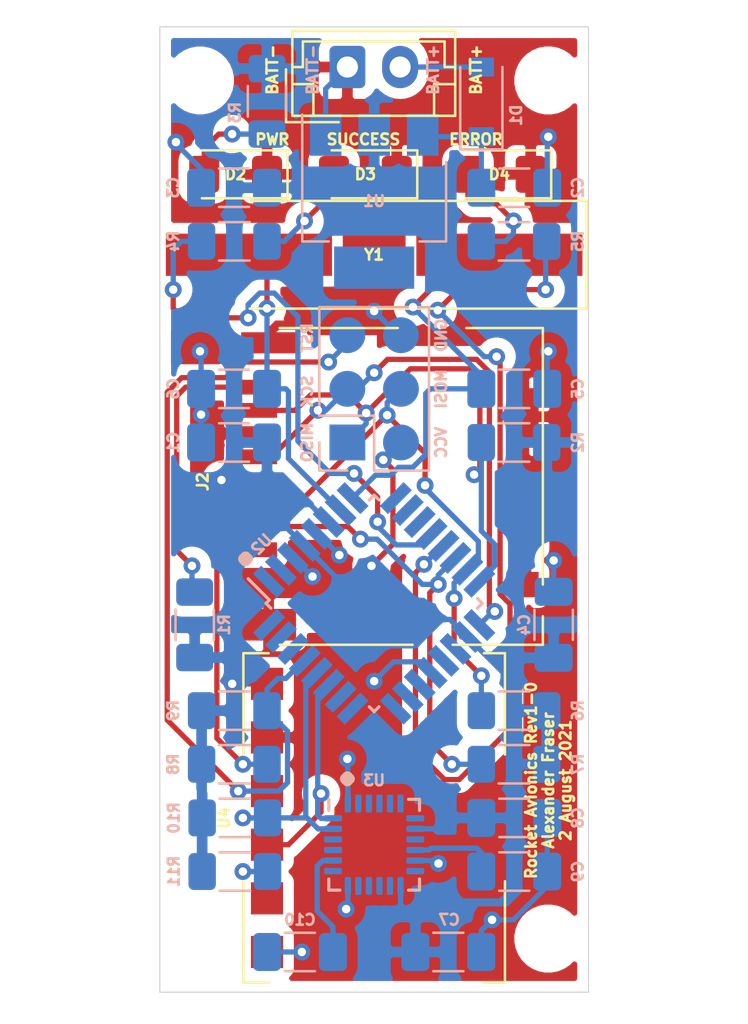
<source format=kicad_pcb>
(kicad_pcb (version 20171130) (host pcbnew "(5.1.8)-1")
  (layers (0 F.Cu signal) (31 B.Cu signal hide) (34 B.Paste user hide) (35 F.Paste user) (36 B.SilkS user hide) (37 F.SilkS user) (38 B.Mask user hide) (39 F.Mask user) (44 Edge.Cuts user))
  (net 0 "")
  (net 1 GND)
  (net 2 +3V3)
  (net 3 "Net-(C2-Pad1)")
  (net 4 ExtClock1)
  (net 5 "Net-(C9-Pad1)")
  (net 6 "Net-(C10-Pad1)")
  (net 7 "Net-(D1-Pad2)")
  (net 8 "Net-(D2-Pad2)")
  (net 9 "Net-(D3-Pad2)")
  (net 10 "Net-(D4-Pad2)")
  (net 11 "Net-(J2-Pad8)")
  (net 12 SPI-MISO)
  (net 13 SPI-SCK)
  (net 14 SPI-MOSI)
  (net 15 SPI-SS)
  (net 16 "Net-(J2-Pad1)")
  (net 17 Reset)
  (net 18 SuccessLED)
  (net 19 ErrorLED)
  (net 20 I2C-Clock)
  (net 21 I2C-Data)
  (net 22 "Net-(U2-Pad32)")
  (net 23 "Net-(U2-Pad31)")
  (net 24 "Net-(U2-Pad30)")
  (net 25 "Net-(U2-Pad26)")
  (net 26 "Net-(U2-Pad25)")
  (net 27 "Net-(U2-Pad24)")
  (net 28 "Net-(U2-Pad23)")
  (net 29 "Net-(U2-Pad22)")
  (net 30 "Net-(U2-Pad20)")
  (net 31 "Net-(U2-Pad19)")
  (net 32 "Net-(U2-Pad11)")
  (net 33 "Net-(U2-Pad10)")
  (net 34 "Net-(U2-Pad9)")
  (net 35 ExtClock2)
  (net 36 "Net-(U2-Pad2)")
  (net 37 "Net-(U2-Pad1)")
  (net 38 "Net-(U3-Pad12)")
  (net 39 "Net-(U3-Pad9)")
  (net 40 "Net-(U3-Pad7)")
  (net 41 "Net-(U3-Pad6)")
  (net 42 "Net-(U4-Pad6)")
  (net 43 "Net-(U4-Pad5)")
  (module MountingHole:MountingHole_2.2mm_M2 (layer F.Cu) (at 93.345 120.65)
    (fp_text reference REF** hide)
    (fp_text value MountingHole_2.2mm_M2)
    (pad 1 np_thru_hole circle (at 0 0) (size 2.2 2.2) (drill 2.2) (layers *.Cu *.Mask))
  )
  (module MountingHole:MountingHole_2.2mm_M2 (layer F.Cu) (at 109.855 120.65)
    (fp_text reference REF** hide)
    (fp_text value MountingHole_2.2mm_M2)
    (pad 1 np_thru_hole circle (at 0 0) (size 2.2 2.2) (drill 2.2) (layers *.Cu *.Mask))
  )
  (module MountingHole:MountingHole_2.2mm_M2 (layer F.Cu) (at 109.855 80.01)
    (fp_text reference REF** hide)
    (fp_text value MountingHole_2.2mm_M2)
    (pad 1 np_thru_hole circle (at 0 0) (size 2.2 2.2) (drill 2.2) (layers *.Cu *.Mask))
  )
  (module MountingHole:MountingHole_2.2mm_M2 (layer F.Cu) (at 93.345 80.01)
    (fp_text reference REF** hide)
    (fp_text value MountingHole_2.2mm_M2)
    (pad 1 np_thru_hole circle (at 0 0) (size 2.2 2.2) (drill 2.2) (layers *.Cu *.Mask))
  )
  (module Crystal:Crystal_SMD_HC49-SD_HandSoldering (layer F.Cu) (at 101.6 88.265 180)
    (fp_text reference Y1 (at 0 0) (layer F.SilkS) (effects (font (size 0.508 0.508) (thickness 0.127))))
    (fp_text value "8MHz Crystal")
    (pad 2 smd rect (at 5.9375 0 180) (size 7.875 2) (layers F.Cu F.Paste F.Mask) (net 4 ExtClock1))
    (pad 1 smd rect (at -5.9375 0 180) (size 7.875 2) (layers F.Cu F.Paste F.Mask) (net 35 ExtClock2))
  )
  (module electronics-rocket-avionics:BMP280_Module (layer F.Cu) (at 101.6 114.935)
    (fp_text reference U4 (at -7.112 0 90) (layer F.SilkS) (effects (font (size 0.508 0.508) (thickness 0.127))))
    (fp_text value BMP280_Module)
    (pad 3 smd rect (at -5.08 -1.27) (size 1.524 1.524) (layers F.Cu F.Paste F.Mask) (net 20 I2C-Clock))
    (pad 4 smd rect (at -5.08 1.27) (size 1.524 1.524) (layers F.Cu F.Paste F.Mask) (net 21 I2C-Data))
    (pad 2 smd rect (at -5.08 -3.81) (size 1.524 1.524) (layers F.Cu F.Paste F.Mask) (net 1 GND))
    (pad 1 smd rect (at -5.08 -6.35) (size 1.524 1.524) (layers F.Cu F.Paste F.Mask) (net 2 +3V3))
    (pad 5 smd rect (at -5.08 3.81) (size 1.524 1.524) (layers F.Cu F.Paste F.Mask) (net 43 "Net-(U4-Pad5)"))
    (pad 6 smd rect (at -5.08 6.35) (size 1.524 1.524) (layers F.Cu F.Paste F.Mask) (net 42 "Net-(U4-Pad6)"))
  )
  (module Sensor_Motion:InvenSense_QFN-24_4x4mm_P0.5mm (layer B.Cu) (at 101.6 116.205 270)
    (fp_text reference U3 (at -3.048 0 180) (layer B.SilkS) (effects (font (size 0.508 0.508) (thickness 0.127)) (justify mirror)))
    (fp_text value MPU-6050)
    (pad 24 smd roundrect (at -1.25 1.95 180) (size 0.85 0.3) (layers B.Cu B.Paste B.Mask) (net 21 I2C-Data))
    (pad 23 smd roundrect (at -0.75 1.95 180) (size 0.85 0.3) (layers B.Cu B.Paste B.Mask) (net 20 I2C-Clock))
    (pad 22 smd roundrect (at -0.25 1.95 180) (size 0.85 0.3) (layers B.Cu B.Paste B.Mask))
    (pad 21 smd roundrect (at 0.25 1.95 180) (size 0.85 0.3) (layers B.Cu B.Paste B.Mask))
    (pad 20 smd roundrect (at 0.75 1.95 180) (size 0.85 0.3) (layers B.Cu B.Paste B.Mask) (net 6 "Net-(C10-Pad1)"))
    (pad 19 smd roundrect (at 1.25 1.95 180) (size 0.85 0.3) (layers B.Cu B.Paste B.Mask))
    (pad 18 smd roundrect (at 1.95 1.25 270) (size 0.85 0.3) (layers B.Cu B.Paste B.Mask) (net 1 GND))
    (pad 17 smd roundrect (at 1.95 0.75 270) (size 0.85 0.3) (layers B.Cu B.Paste B.Mask))
    (pad 16 smd roundrect (at 1.95 0.25 270) (size 0.85 0.3) (layers B.Cu B.Paste B.Mask))
    (pad 15 smd roundrect (at 1.95 -0.25 270) (size 0.85 0.3) (layers B.Cu B.Paste B.Mask))
    (pad 14 smd roundrect (at 1.95 -0.75 270) (size 0.85 0.3) (layers B.Cu B.Paste B.Mask))
    (pad 13 smd roundrect (at 1.95 -1.25 270) (size 0.85 0.3) (layers B.Cu B.Paste B.Mask) (net 2 +3V3))
    (pad 12 smd roundrect (at 1.25 -1.95 180) (size 0.85 0.3) (layers B.Cu B.Paste B.Mask) (net 38 "Net-(U3-Pad12)"))
    (pad 11 smd roundrect (at 0.75 -1.95 180) (size 0.85 0.3) (layers B.Cu B.Paste B.Mask) (net 1 GND))
    (pad 10 smd roundrect (at 0.25 -1.95 180) (size 0.85 0.3) (layers B.Cu B.Paste B.Mask) (net 5 "Net-(C9-Pad1)"))
    (pad 9 smd roundrect (at -0.25 -1.95 180) (size 0.85 0.3) (layers B.Cu B.Paste B.Mask) (net 39 "Net-(U3-Pad9)"))
    (pad 8 smd roundrect (at -0.75 -1.95 180) (size 0.85 0.3) (layers B.Cu B.Paste B.Mask) (net 2 +3V3))
    (pad 7 smd roundrect (at -1.25 -1.95 180) (size 0.85 0.3) (layers B.Cu B.Paste B.Mask) (net 40 "Net-(U3-Pad7)"))
    (pad 6 smd roundrect (at -1.95 -1.25 270) (size 0.85 0.3) (layers B.Cu B.Paste B.Mask) (net 41 "Net-(U3-Pad6)"))
    (pad 5 smd roundrect (at -1.95 -0.75 270) (size 0.85 0.3) (layers B.Cu B.Paste B.Mask))
    (pad 4 smd roundrect (at -1.95 -0.25 270) (size 0.85 0.3) (layers B.Cu B.Paste B.Mask))
    (pad 3 smd roundrect (at -1.95 0.25 270) (size 0.85 0.3) (layers B.Cu B.Paste B.Mask))
    (pad 2 smd roundrect (at -1.95 0.75 270) (size 0.85 0.3) (layers B.Cu B.Paste B.Mask))
    (pad 1 smd roundrect (at -1.95 1.25 270) (size 0.85 0.3) (layers B.Cu B.Paste B.Mask) (net 1 GND))
  )
  (module Package_QFP:TQFP-32_7x7mm_P0.8mm (layer B.Cu) (at 101.6 104.775 315)
    (fp_text reference U2 (at -5.747364 1.796051 45) (layer B.SilkS) (effects (font (size 0.508 0.508) (thickness 0.127)) (justify mirror)))
    (fp_text value ATmega328P-AU)
    (pad 32 smd rect (at -2.8 4.25 225) (size 1.6 0.55) (layers B.Cu B.Paste B.Mask) (net 22 "Net-(U2-Pad32)"))
    (pad 31 smd rect (at -2 4.25 225) (size 1.6 0.55) (layers B.Cu B.Paste B.Mask) (net 23 "Net-(U2-Pad31)"))
    (pad 30 smd rect (at -1.2 4.25 225) (size 1.6 0.55) (layers B.Cu B.Paste B.Mask) (net 24 "Net-(U2-Pad30)"))
    (pad 29 smd rect (at -0.4 4.25 225) (size 1.6 0.55) (layers B.Cu B.Paste B.Mask) (net 17 Reset))
    (pad 28 smd rect (at 0.4 4.25 225) (size 1.6 0.55) (layers B.Cu B.Paste B.Mask) (net 20 I2C-Clock))
    (pad 27 smd rect (at 1.2 4.25 225) (size 1.6 0.55) (layers B.Cu B.Paste B.Mask) (net 21 I2C-Data))
    (pad 26 smd rect (at 2 4.25 225) (size 1.6 0.55) (layers B.Cu B.Paste B.Mask) (net 25 "Net-(U2-Pad26)"))
    (pad 25 smd rect (at 2.8 4.25 225) (size 1.6 0.55) (layers B.Cu B.Paste B.Mask) (net 26 "Net-(U2-Pad25)"))
    (pad 24 smd rect (at 4.25 2.8 315) (size 1.6 0.55) (layers B.Cu B.Paste B.Mask) (net 27 "Net-(U2-Pad24)"))
    (pad 23 smd rect (at 4.25 2 315) (size 1.6 0.55) (layers B.Cu B.Paste B.Mask) (net 28 "Net-(U2-Pad23)"))
    (pad 22 smd rect (at 4.25 1.2 315) (size 1.6 0.55) (layers B.Cu B.Paste B.Mask) (net 29 "Net-(U2-Pad22)"))
    (pad 21 smd rect (at 4.25 0.4 315) (size 1.6 0.55) (layers B.Cu B.Paste B.Mask) (net 1 GND))
    (pad 20 smd rect (at 4.25 -0.4 315) (size 1.6 0.55) (layers B.Cu B.Paste B.Mask) (net 30 "Net-(U2-Pad20)"))
    (pad 19 smd rect (at 4.25 -1.2 315) (size 1.6 0.55) (layers B.Cu B.Paste B.Mask) (net 31 "Net-(U2-Pad19)"))
    (pad 18 smd rect (at 4.25 -2 315) (size 1.6 0.55) (layers B.Cu B.Paste B.Mask) (net 2 +3V3))
    (pad 17 smd rect (at 4.25 -2.8 315) (size 1.6 0.55) (layers B.Cu B.Paste B.Mask) (net 13 SPI-SCK))
    (pad 16 smd rect (at 2.8 -4.25 225) (size 1.6 0.55) (layers B.Cu B.Paste B.Mask) (net 12 SPI-MISO))
    (pad 15 smd rect (at 2 -4.25 225) (size 1.6 0.55) (layers B.Cu B.Paste B.Mask) (net 14 SPI-MOSI))
    (pad 14 smd rect (at 1.2 -4.25 225) (size 1.6 0.55) (layers B.Cu B.Paste B.Mask) (net 15 SPI-SS))
    (pad 13 smd rect (at 0.4 -4.25 225) (size 1.6 0.55) (layers B.Cu B.Paste B.Mask) (net 19 ErrorLED))
    (pad 12 smd rect (at -0.4 -4.25 225) (size 1.6 0.55) (layers B.Cu B.Paste B.Mask) (net 18 SuccessLED))
    (pad 11 smd rect (at -1.2 -4.25 225) (size 1.6 0.55) (layers B.Cu B.Paste B.Mask) (net 32 "Net-(U2-Pad11)"))
    (pad 10 smd rect (at -2 -4.25 225) (size 1.6 0.55) (layers B.Cu B.Paste B.Mask) (net 33 "Net-(U2-Pad10)"))
    (pad 9 smd rect (at -2.8 -4.25 225) (size 1.6 0.55) (layers B.Cu B.Paste B.Mask) (net 34 "Net-(U2-Pad9)"))
    (pad 8 smd rect (at -4.25 -2.8 315) (size 1.6 0.55) (layers B.Cu B.Paste B.Mask) (net 35 ExtClock2))
    (pad 7 smd rect (at -4.25 -2 315) (size 1.6 0.55) (layers B.Cu B.Paste B.Mask) (net 4 ExtClock1))
    (pad 6 smd rect (at -4.25 -1.2 315) (size 1.6 0.55) (layers B.Cu B.Paste B.Mask) (net 2 +3V3))
    (pad 5 smd rect (at -4.25 -0.4 315) (size 1.6 0.55) (layers B.Cu B.Paste B.Mask) (net 1 GND))
    (pad 4 smd rect (at -4.25 0.4 315) (size 1.6 0.55) (layers B.Cu B.Paste B.Mask) (net 2 +3V3))
    (pad 3 smd rect (at -4.25 1.2 315) (size 1.6 0.55) (layers B.Cu B.Paste B.Mask) (net 1 GND))
    (pad 2 smd rect (at -4.25 2 315) (size 1.6 0.55) (layers B.Cu B.Paste B.Mask) (net 36 "Net-(U2-Pad2)"))
    (pad 1 smd rect (at -4.25 2.8 315) (size 1.6 0.55) (layers B.Cu B.Paste B.Mask) (net 37 "Net-(U2-Pad1)"))
  )
  (module Package_TO_SOT_SMD:SOT-223 (layer B.Cu) (at 101.6 85.725 270)
    (fp_text reference U1 (at 0 0 180) (layer B.SilkS) (effects (font (size 0.508 0.508) (thickness 0.127)) (justify mirror)))
    (fp_text value AP2111H-3.3)
    (pad 1 smd rect (at -3.15 2.3 270) (size 2 1.5) (layers B.Cu B.Paste B.Mask) (net 1 GND))
    (pad 3 smd rect (at -3.15 -2.3 270) (size 2 1.5) (layers B.Cu B.Paste B.Mask) (net 3 "Net-(C2-Pad1)"))
    (pad 2 smd rect (at -3.15 0 270) (size 2 1.5) (layers B.Cu B.Paste B.Mask) (net 2 +3V3))
    (pad 4 smd rect (at 3.15 0 270) (size 2 3.8) (layers B.Cu B.Paste B.Mask))
  )
  (module Resistor_SMD:R_1206_3216Metric_Pad1.30x1.75mm_HandSolder (layer B.Cu) (at 94.996 117.475 180)
    (fp_text reference R11 (at 2.895 0 90) (layer B.SilkS) (effects (font (size 0.508 0.508) (thickness 0.127)) (justify mirror)))
    (fp_text value 10k)
    (pad 2 smd roundrect (at 1.55 0 180) (size 1.3 1.75) (layers B.Cu B.Paste B.Mask) (roundrect_rratio 0.192308) (net 2 +3V3))
    (pad 1 smd roundrect (at -1.55 0 180) (size 1.3 1.75) (layers B.Cu B.Paste B.Mask) (roundrect_rratio 0.192308) (net 21 I2C-Data))
  )
  (module Resistor_SMD:R_1206_3216Metric_Pad1.30x1.75mm_HandSolder (layer B.Cu) (at 94.996 114.935 180)
    (fp_text reference R10 (at 2.895 0 90) (layer B.SilkS) (effects (font (size 0.508 0.508) (thickness 0.127)) (justify mirror)))
    (fp_text value 10k)
    (pad 2 smd roundrect (at 1.55 0 180) (size 1.3 1.75) (layers B.Cu B.Paste B.Mask) (roundrect_rratio 0.192308) (net 2 +3V3))
    (pad 1 smd roundrect (at -1.55 0 180) (size 1.3 1.75) (layers B.Cu B.Paste B.Mask) (roundrect_rratio 0.192308) (net 20 I2C-Clock))
  )
  (module Resistor_SMD:R_1206_3216Metric_Pad1.30x1.75mm_HandSolder (layer B.Cu) (at 94.97 109.855 180)
    (fp_text reference R9 (at 2.895 0 90) (layer B.SilkS) (effects (font (size 0.508 0.508) (thickness 0.127)) (justify mirror)))
    (fp_text value 10k)
    (pad 2 smd roundrect (at 1.55 0 180) (size 1.3 1.75) (layers B.Cu B.Paste B.Mask) (roundrect_rratio 0.192308) (net 2 +3V3))
    (pad 1 smd roundrect (at -1.55 0 180) (size 1.3 1.75) (layers B.Cu B.Paste B.Mask) (roundrect_rratio 0.192308) (net 17 Reset))
  )
  (module Resistor_SMD:R_1206_3216Metric_Pad1.30x1.75mm_HandSolder (layer B.Cu) (at 94.97 112.395 180)
    (fp_text reference R8 (at 2.895 0 90) (layer B.SilkS) (effects (font (size 0.508 0.508) (thickness 0.127)) (justify mirror)))
    (fp_text value 10k)
    (pad 2 smd roundrect (at 1.55 0 180) (size 1.3 1.75) (layers B.Cu B.Paste B.Mask) (roundrect_rratio 0.192308) (net 2 +3V3))
    (pad 1 smd roundrect (at -1.55 0 180) (size 1.3 1.75) (layers B.Cu B.Paste B.Mask) (roundrect_rratio 0.192308) (net 16 "Net-(J2-Pad1)"))
  )
  (module Resistor_SMD:R_1206_3216Metric_Pad1.30x1.75mm_HandSolder (layer B.Cu) (at 108.23 112.395)
    (fp_text reference R7 (at 3.022 0 90) (layer B.SilkS) (effects (font (size 0.508 0.508) (thickness 0.127)) (justify mirror)))
    (fp_text value 10k)
    (pad 2 smd roundrect (at 1.55 0) (size 1.3 1.75) (layers B.Cu B.Paste B.Mask) (roundrect_rratio 0.192308) (net 2 +3V3))
    (pad 1 smd roundrect (at -1.55 0) (size 1.3 1.75) (layers B.Cu B.Paste B.Mask) (roundrect_rratio 0.192308) (net 15 SPI-SS))
  )
  (module Resistor_SMD:R_1206_3216Metric_Pad1.30x1.75mm_HandSolder (layer B.Cu) (at 108.23 109.855)
    (fp_text reference R6 (at 3.022 0 90) (layer B.SilkS) (effects (font (size 0.508 0.508) (thickness 0.127)) (justify mirror)))
    (fp_text value 10k)
    (pad 2 smd roundrect (at 1.55 0) (size 1.3 1.75) (layers B.Cu B.Paste B.Mask) (roundrect_rratio 0.192308) (net 2 +3V3))
    (pad 1 smd roundrect (at -1.55 0) (size 1.3 1.75) (layers B.Cu B.Paste B.Mask) (roundrect_rratio 0.192308) (net 14 SPI-MOSI))
  )
  (module Resistor_SMD:R_1206_3216Metric_Pad1.30x1.75mm_HandSolder (layer B.Cu) (at 108.23 87.63)
    (fp_text reference R5 (at 3.022 0 90) (layer B.SilkS) (effects (font (size 0.508 0.508) (thickness 0.127)) (justify mirror)))
    (fp_text value 220R)
    (pad 2 smd roundrect (at 1.55 0) (size 1.3 1.75) (layers B.Cu B.Paste B.Mask) (roundrect_rratio 0.192308) (net 19 ErrorLED))
    (pad 1 smd roundrect (at -1.55 0) (size 1.3 1.75) (layers B.Cu B.Paste B.Mask) (roundrect_rratio 0.192308) (net 10 "Net-(D4-Pad2)"))
  )
  (module Resistor_SMD:R_1206_3216Metric_Pad1.30x1.75mm_HandSolder (layer B.Cu) (at 94.97 87.63 180)
    (fp_text reference R4 (at 2.895 0 90) (layer B.SilkS) (effects (font (size 0.508 0.508) (thickness 0.127)) (justify mirror)))
    (fp_text value 220R)
    (pad 2 smd roundrect (at 1.55 0 180) (size 1.3 1.75) (layers B.Cu B.Paste B.Mask) (roundrect_rratio 0.192308) (net 18 SuccessLED))
    (pad 1 smd roundrect (at -1.55 0 180) (size 1.3 1.75) (layers B.Cu B.Paste B.Mask) (roundrect_rratio 0.192308) (net 9 "Net-(D3-Pad2)"))
  )
  (module Resistor_SMD:R_1206_3216Metric_Pad1.30x1.75mm_HandSolder (layer B.Cu) (at 96.52 81 90)
    (fp_text reference R3 (at -0.534 -1.524 90) (layer B.SilkS) (effects (font (size 0.508 0.508) (thickness 0.127)) (justify mirror)))
    (fp_text value 220R)
    (pad 2 smd roundrect (at 1.55 0 90) (size 1.3 1.75) (layers B.Cu B.Paste B.Mask) (roundrect_rratio 0.192308) (net 2 +3V3))
    (pad 1 smd roundrect (at -1.55 0 90) (size 1.3 1.75) (layers B.Cu B.Paste B.Mask) (roundrect_rratio 0.192308) (net 8 "Net-(D2-Pad2)"))
  )
  (module Resistor_SMD:R_1206_3216Metric_Pad1.30x1.75mm_HandSolder (layer B.Cu) (at 108.23 97.155)
    (fp_text reference R2 (at 3.022 0 90) (layer B.SilkS) (effects (font (size 0.508 0.508) (thickness 0.127)) (justify mirror)))
    (fp_text value 10k)
    (pad 2 smd roundrect (at 1.55 0) (size 1.3 1.75) (layers B.Cu B.Paste B.Mask) (roundrect_rratio 0.192308) (net 2 +3V3))
    (pad 1 smd roundrect (at -1.55 0) (size 1.3 1.75) (layers B.Cu B.Paste B.Mask) (roundrect_rratio 0.192308) (net 12 SPI-MISO))
  )
  (module Resistor_SMD:R_1206_3216Metric_Pad1.30x1.75mm_HandSolder (layer B.Cu) (at 93.091 105.791 270)
    (fp_text reference R1 (at 0 -1.397 90) (layer B.SilkS) (effects (font (size 0.508 0.508) (thickness 0.127)) (justify mirror)))
    (fp_text value 10k)
    (pad 2 smd roundrect (at 1.55 0 270) (size 1.3 1.75) (layers B.Cu B.Paste B.Mask) (roundrect_rratio 0.192308) (net 2 +3V3))
    (pad 1 smd roundrect (at -1.55 0 270) (size 1.3 1.75) (layers B.Cu B.Paste B.Mask) (roundrect_rratio 0.192308) (net 11 "Net-(J2-Pad8)"))
  )
  (module electronics-rocket-avionics:AVR_ISP_2x3 (layer B.Cu) (at 100.33 97.155)
    (fp_text reference J3 hide)
    (fp_text value AVR-ISP-6)
    (pad 6 smd oval (at 2.54 -5.08) (size 1.7 1.7) (layers B.Cu B.Paste B.Mask) (net 1 GND))
    (pad 5 smd oval (at 0 -5.08) (size 1.7 1.7) (layers B.Cu B.Paste B.Mask) (net 17 Reset))
    (pad 4 smd oval (at 2.54 -2.54) (size 1.7 1.7) (layers B.Cu B.Paste B.Mask) (net 14 SPI-MOSI))
    (pad 3 smd oval (at 0 -2.54) (size 1.7 1.7) (layers B.Cu B.Paste B.Mask) (net 13 SPI-SCK))
    (pad 2 smd oval (at 2.54 0) (size 1.7 1.7) (layers B.Cu B.Paste B.Mask) (net 2 +3V3))
    (pad 1 smd rect (at 0 0) (size 1.7 1.7) (layers B.Cu B.Paste B.Mask) (net 12 SPI-MISO))
  )
  (module electronics-rocket-avionics:microSD_HC_Hirose_DM3CS-SF (layer F.Cu) (at 101.346 99.06 270)
    (fp_text reference J2 (at -0.05 7.874 90) (layer F.SilkS) (effects (font (size 0.508 0.508) (thickness 0.127))))
    (fp_text value Micro_SD_Card)
    (pad 8 smd rect (at -4.525 5.35 270) (size 0.7 2) (layers F.Cu F.Paste F.Mask) (net 11 "Net-(J2-Pad8)"))
    (pad 9 smd rect (at -6.625 4.75 270) (size 1 2.6) (layers F.Cu F.Paste F.Mask) (net 1 GND))
    (pad 9 smd rect (at -3.125 -7.35 270) (size 2.7 1.4) (layers F.Cu F.Paste F.Mask) (net 1 GND))
    (pad 9 smd rect (at 4.825 -7.45 270) (size 1.2 1.2) (layers F.Cu F.Paste F.Mask) (net 1 GND))
    (pad 7 smd rect (at -3.425 5.35 270) (size 0.7 2) (layers F.Cu F.Paste F.Mask) (net 12 SPI-MISO))
    (pad 6 smd rect (at -2.325 5.35 270) (size 0.7 2) (layers F.Cu F.Paste F.Mask) (net 1 GND))
    (pad 5 smd rect (at -1.225 5.35 270) (size 0.7 2) (layers F.Cu F.Paste F.Mask) (net 13 SPI-SCK))
    (pad 4 smd rect (at -0.125 5.35 270) (size 0.7 2) (layers F.Cu F.Paste F.Mask) (net 2 +3V3))
    (pad 3 smd rect (at 0.975 5.35 270) (size 0.7 2) (layers F.Cu F.Paste F.Mask) (net 14 SPI-MOSI))
    (pad 2 smd rect (at 2.075 5.35 270) (size 0.7 2) (layers F.Cu F.Paste F.Mask) (net 15 SPI-SS))
    (pad 1 smd rect (at 3.175 5.35 270) (size 0.7 2) (layers F.Cu F.Paste F.Mask) (net 16 "Net-(J2-Pad1)"))
    (pad 9 smd rect (at 6.725 4.75 270) (size 1.5 2.6) (layers F.Cu F.Paste F.Mask) (net 1 GND))
    (pad 9 smd rect (at 1.775 -7.35 270) (size 2.7 1.4) (layers F.Cu F.Paste F.Mask) (net 1 GND))
  )
  (module Connector_JST:JST_EH_B2B-EH-A_1x02_P2.50mm_Vertical (layer F.Cu) (at 100.33 79.375)
    (fp_text reference J1 hide)
    (fp_text value Conn_01x02_Female)
    (pad 2 thru_hole oval (at 2.5 0) (size 1.7 2) (drill 1) (layers *.Cu *.Mask) (net 7 "Net-(D1-Pad2)"))
    (pad 1 thru_hole roundrect (at 0 0) (size 1.7 2) (drill 1) (layers *.Cu *.Mask) (roundrect_rratio 0.147059) (net 1 GND))
  )
  (module LED_SMD:LED_1206_3216Metric_Pad1.42x1.75mm_HandSolder (layer F.Cu) (at 107.5325 84.455 180)
    (fp_text reference D4 (at 0 0) (layer F.SilkS) (effects (font (size 0.508 0.508) (thickness 0.127))))
    (fp_text value "Red LED")
    (pad 2 smd roundrect (at 1.4875 0 180) (size 1.425 1.75) (layers F.Cu F.Paste F.Mask) (roundrect_rratio 0.175439) (net 10 "Net-(D4-Pad2)"))
    (pad 1 smd roundrect (at -1.4875 0 180) (size 1.425 1.75) (layers F.Cu F.Paste F.Mask) (roundrect_rratio 0.175439) (net 1 GND))
  )
  (module LED_SMD:LED_1206_3216Metric_Pad1.42x1.75mm_HandSolder (layer F.Cu) (at 101.1825 84.455 180)
    (fp_text reference D3 (at 0 0) (layer F.SilkS) (effects (font (size 0.508 0.508) (thickness 0.127))))
    (fp_text value "Green LED")
    (pad 2 smd roundrect (at 1.4875 0 180) (size 1.425 1.75) (layers F.Cu F.Paste F.Mask) (roundrect_rratio 0.175439) (net 9 "Net-(D3-Pad2)"))
    (pad 1 smd roundrect (at -1.4875 0 180) (size 1.425 1.75) (layers F.Cu F.Paste F.Mask) (roundrect_rratio 0.175439) (net 1 GND))
  )
  (module LED_SMD:LED_1206_3216Metric_Pad1.42x1.75mm_HandSolder (layer F.Cu) (at 95.0325 84.455 180)
    (fp_text reference D2 (at 0 0) (layer F.SilkS) (effects (font (size 0.508 0.508) (thickness 0.127))))
    (fp_text value "Green LED")
    (pad 2 smd roundrect (at 1.4875 0 180) (size 1.425 1.75) (layers F.Cu F.Paste F.Mask) (roundrect_rratio 0.175439) (net 8 "Net-(D2-Pad2)"))
    (pad 1 smd roundrect (at -1.4875 0 180) (size 1.425 1.75) (layers F.Cu F.Paste F.Mask) (roundrect_rratio 0.175439) (net 1 GND))
  )
  (module Diode_SMD:D_SOD-123 (layer B.Cu) (at 106.68 81.025 90)
    (fp_text reference D1 (at -0.636 1.651 90) (layer B.SilkS) (effects (font (size 0.508 0.508) (thickness 0.127)) (justify mirror)))
    (fp_text value MBR0520LT1)
    (pad 2 smd rect (at 1.65 0 90) (size 0.9 1.2) (layers B.Cu B.Paste B.Mask) (net 7 "Net-(D1-Pad2)"))
    (pad 1 smd rect (at -1.65 0 90) (size 0.9 1.2) (layers B.Cu B.Paste B.Mask) (net 3 "Net-(C2-Pad1)"))
  )
  (module Capacitor_SMD:C_1206_3216Metric_Pad1.33x1.80mm_HandSolder (layer B.Cu) (at 98.0825 121.285 180)
    (fp_text reference C10 (at 0 1.524) (layer B.SilkS) (effects (font (size 0.508 0.508) (thickness 0.127)) (justify mirror)))
    (fp_text value 2.2nF)
    (pad 2 smd roundrect (at 1.5625 0 180) (size 1.325 1.8) (layers B.Cu B.Paste B.Mask) (roundrect_rratio 0.188679) (net 1 GND))
    (pad 1 smd roundrect (at -1.5625 0 180) (size 1.325 1.8) (layers B.Cu B.Paste B.Mask) (roundrect_rratio 0.188679) (net 6 "Net-(C10-Pad1)"))
  )
  (module Capacitor_SMD:C_1206_3216Metric_Pad1.33x1.80mm_HandSolder (layer B.Cu) (at 108.2425 117.475)
    (fp_text reference C9 (at 3.0095 0 270) (layer B.SilkS) (effects (font (size 0.508 0.508) (thickness 0.127)) (justify mirror)))
    (fp_text value 0.1uF)
    (pad 2 smd roundrect (at 1.5625 0) (size 1.325 1.8) (layers B.Cu B.Paste B.Mask) (roundrect_rratio 0.188679) (net 1 GND))
    (pad 1 smd roundrect (at -1.5625 0) (size 1.325 1.8) (layers B.Cu B.Paste B.Mask) (roundrect_rratio 0.188679) (net 5 "Net-(C9-Pad1)"))
  )
  (module Capacitor_SMD:C_1206_3216Metric_Pad1.33x1.80mm_HandSolder (layer B.Cu) (at 108.2425 114.935)
    (fp_text reference C8 (at 3.0095 0 90) (layer B.SilkS) (effects (font (size 0.508 0.508) (thickness 0.127)) (justify mirror)))
    (fp_text value 10nF)
    (pad 2 smd roundrect (at 1.5625 0) (size 1.325 1.8) (layers B.Cu B.Paste B.Mask) (roundrect_rratio 0.188679) (net 1 GND))
    (pad 1 smd roundrect (at -1.5625 0) (size 1.325 1.8) (layers B.Cu B.Paste B.Mask) (roundrect_rratio 0.188679) (net 2 +3V3))
  )
  (module Capacitor_SMD:C_1206_3216Metric_Pad1.33x1.80mm_HandSolder (layer B.Cu) (at 105.1175 121.285)
    (fp_text reference C7 (at 0.0385 -1.524) (layer B.SilkS) (effects (font (size 0.508 0.508) (thickness 0.127)) (justify mirror)))
    (fp_text value 0.1uF)
    (pad 2 smd roundrect (at 1.5625 0) (size 1.325 1.8) (layers B.Cu B.Paste B.Mask) (roundrect_rratio 0.188679) (net 1 GND))
    (pad 1 smd roundrect (at -1.5625 0) (size 1.325 1.8) (layers B.Cu B.Paste B.Mask) (roundrect_rratio 0.188679) (net 2 +3V3))
  )
  (module Capacitor_SMD:C_1206_3216Metric_Pad1.33x1.80mm_HandSolder (layer B.Cu) (at 94.9575 94.615 180)
    (fp_text reference C6 (at 2.8825 0 270) (layer B.SilkS) (effects (font (size 0.508 0.508) (thickness 0.127)) (justify mirror)))
    (fp_text value 22pF)
    (pad 2 smd roundrect (at 1.5625 0 180) (size 1.325 1.8) (layers B.Cu B.Paste B.Mask) (roundrect_rratio 0.188679) (net 1 GND))
    (pad 1 smd roundrect (at -1.5625 0 180) (size 1.325 1.8) (layers B.Cu B.Paste B.Mask) (roundrect_rratio 0.188679) (net 4 ExtClock1))
  )
  (module Capacitor_SMD:C_1206_3216Metric_Pad1.33x1.80mm_HandSolder (layer B.Cu) (at 108.2425 94.615)
    (fp_text reference C5 (at 3.0095 0 270) (layer B.SilkS) (effects (font (size 0.508 0.508) (thickness 0.127)) (justify mirror)))
    (fp_text value 22pF)
    (pad 2 smd roundrect (at 1.5625 0) (size 1.325 1.8) (layers B.Cu B.Paste B.Mask) (roundrect_rratio 0.188679) (net 1 GND))
    (pad 1 smd roundrect (at -1.5625 0) (size 1.325 1.8) (layers B.Cu B.Paste B.Mask) (roundrect_rratio 0.188679) (net 35 ExtClock2))
  )
  (module Capacitor_SMD:C_1206_3216Metric_Pad1.33x1.80mm_HandSolder (layer B.Cu) (at 110.109 105.791 90)
    (fp_text reference C4 (at 0 -1.397 270) (layer B.SilkS) (effects (font (size 0.508 0.508) (thickness 0.127)) (justify mirror)))
    (fp_text value 0.1uF)
    (pad 2 smd roundrect (at 1.5625 0 90) (size 1.325 1.8) (layers B.Cu B.Paste B.Mask) (roundrect_rratio 0.188679) (net 1 GND))
    (pad 1 smd roundrect (at -1.5625 0 90) (size 1.325 1.8) (layers B.Cu B.Paste B.Mask) (roundrect_rratio 0.188679) (net 2 +3V3))
  )
  (module Capacitor_SMD:C_1206_3216Metric_Pad1.33x1.80mm_HandSolder (layer B.Cu) (at 94.9575 85.09 180)
    (fp_text reference C3 (at 2.8825 0 270) (layer B.SilkS) (effects (font (size 0.508 0.508) (thickness 0.127)) (justify mirror)))
    (fp_text value 1uF)
    (pad 2 smd roundrect (at 1.5625 0 180) (size 1.325 1.8) (layers B.Cu B.Paste B.Mask) (roundrect_rratio 0.188679) (net 1 GND))
    (pad 1 smd roundrect (at -1.5625 0 180) (size 1.325 1.8) (layers B.Cu B.Paste B.Mask) (roundrect_rratio 0.188679) (net 2 +3V3))
  )
  (module Capacitor_SMD:C_1206_3216Metric_Pad1.33x1.80mm_HandSolder (layer B.Cu) (at 108.2425 85.09)
    (fp_text reference C2 (at 3.0095 0 270) (layer B.SilkS) (effects (font (size 0.508 0.508) (thickness 0.127)) (justify mirror)))
    (fp_text value 1uF)
    (pad 2 smd roundrect (at 1.5625 0) (size 1.325 1.8) (layers B.Cu B.Paste B.Mask) (roundrect_rratio 0.188679) (net 1 GND))
    (pad 1 smd roundrect (at -1.5625 0) (size 1.325 1.8) (layers B.Cu B.Paste B.Mask) (roundrect_rratio 0.188679) (net 3 "Net-(C2-Pad1)"))
  )
  (module Capacitor_SMD:C_1206_3216Metric_Pad1.33x1.80mm_HandSolder (layer B.Cu) (at 94.9575 97.155 180)
    (fp_text reference C1 (at 2.8825 0 90) (layer B.SilkS) (effects (font (size 0.508 0.508) (thickness 0.127)) (justify mirror)))
    (fp_text value 0.1uF)
    (pad 2 smd roundrect (at 1.5625 0 180) (size 1.325 1.8) (layers B.Cu B.Paste B.Mask) (roundrect_rratio 0.188679) (net 1 GND))
    (pad 1 smd roundrect (at -1.5625 0 180) (size 1.325 1.8) (layers B.Cu B.Paste B.Mask) (roundrect_rratio 0.188679) (net 2 +3V3))
  )
  (gr_text "Rocket Avionics Rev1-0\nAlexander Fraser\n2 August 2021" (at 109.855 113.157 90) (layer F.SilkS) (effects (font (size 0.508 0.508) (thickness 0.127))))
  (gr_text VCC (at 104.775 97.155 90) (layer B.SilkS) (effects (font (size 0.508 0.508) (thickness 0.127)) (justify mirror)))
  (gr_text MOSI (at 104.775 94.615 90) (layer B.SilkS) (effects (font (size 0.508 0.508) (thickness 0.127)) (justify mirror)))
  (gr_text GND (at 104.775 92.075 90) (layer B.SilkS) (effects (font (size 0.508 0.508) (thickness 0.127)) (justify mirror)))
  (gr_text RST (at 98.425 92.202 90) (layer B.SilkS) (effects (font (size 0.508 0.508) (thickness 0.127)) (justify mirror)))
  (gr_text SCK (at 98.425 94.742 90) (layer B.SilkS) (effects (font (size 0.508 0.508) (thickness 0.127)) (justify mirror)))
  (gr_text MISO (at 98.425 97.155 90) (layer B.SilkS) (effects (font (size 0.508 0.508) (thickness 0.127)) (justify mirror)))
  (gr_text BATT+ (at 104.394 79.502 90) (layer B.SilkS) (effects (font (size 0.508 0.508) (thickness 0.127))))
  (gr_text BATT- (at 98.679 79.502 90) (layer B.SilkS) (effects (font (size 0.508 0.508) (thickness 0.127))))
  (gr_text . (at 95.504 101.854) (layer B.SilkS) (effects (font (size 2.032 2.032) (thickness 0.508))))
  (gr_text . (at 100.33 112.268) (layer B.SilkS) (effects (font (size 2.032 2.032) (thickness 0.508))))
  (gr_text BATT+ (at 106.426 79.502 90) (layer F.SilkS) (effects (font (size 0.508 0.508) (thickness 0.127))))
  (gr_text BATT- (at 96.774 79.502 90) (layer F.SilkS) (effects (font (size 0.508 0.508) (thickness 0.127))))
  (gr_text ERROR (at 106.426 82.804) (layer F.SilkS) (effects (font (size 0.508 0.508) (thickness 0.127))))
  (gr_text SUCCESS (at 101.092 82.804) (layer F.SilkS) (effects (font (size 0.508 0.508) (thickness 0.127))))
  (gr_text PWR (at 96.774 82.804) (layer F.SilkS) (effects (font (size 0.508 0.508) (thickness 0.127))))
  (gr_line (start 91.44 123.19) (end 91.44 77.47) (layer Edge.Cuts) (width 0.05))
  (gr_line (start 111.76 123.19) (end 91.44 123.19) (layer Edge.Cuts) (width 0.05))
  (gr_line (start 111.76 77.47) (end 111.76 123.19) (layer Edge.Cuts) (width 0.05))
  (gr_line (start 91.44 77.47) (end 111.76 77.47) (layer Edge.Cuts) (width 0.05))
  (segment (start 109.805 114.935) (end 109.805 117.475) (width 0.25) (layer B.Cu) (net 1))
  (segment (start 109.805 117.475) (end 109.805 118.16) (width 0.25) (layer B.Cu) (net 1))
  (segment (start 109.805 118.16) (end 108.204 119.761) (width 0.25) (layer B.Cu) (net 1))
  (segment (start 108.204 119.761) (end 107.188 119.761) (width 0.25) (layer B.Cu) (net 1))
  (segment (start 106.68 120.269) (end 106.68 121.285) (width 0.25) (layer B.Cu) (net 1))
  (segment (start 107.188 119.761) (end 106.68 120.269) (width 0.25) (layer B.Cu) (net 1))
  (segment (start 107.188 119.761) (end 107.188 119.761) (width 0.25) (layer B.Cu) (net 1))
  (via (at 107.188 119.761) (size 0.8) (drill 0.4) (layers F.Cu B.Cu) (net 1))
  (via (at 98.171 121.285) (size 0.8) (drill 0.4) (layers F.Cu B.Cu) (net 1))
  (segment (start 96.52 121.285) (end 98.171 121.285) (width 0.25) (layer B.Cu) (net 1))
  (via (at 109.855 92.837) (size 0.8) (drill 0.4) (layers F.Cu B.Cu) (net 1))
  (segment (start 109.805 92.887) (end 109.855 92.837) (width 0.25) (layer B.Cu) (net 1))
  (segment (start 109.805 94.615) (end 109.805 92.887) (width 0.25) (layer B.Cu) (net 1))
  (segment (start 93.395 94.615) (end 93.395 95.835) (width 0.25) (layer B.Cu) (net 1))
  (via (at 93.345 92.837) (size 0.8) (drill 0.4) (layers F.Cu B.Cu) (net 1))
  (segment (start 93.395 92.887) (end 93.345 92.837) (width 0.25) (layer B.Cu) (net 1))
  (segment (start 93.395 94.615) (end 93.395 92.887) (width 0.25) (layer B.Cu) (net 1))
  (segment (start 99.3 80.405) (end 100.33 79.375) (width 0.25) (layer B.Cu) (net 1))
  (segment (start 99.3 82.575) (end 99.3 80.405) (width 0.25) (layer B.Cu) (net 1))
  (via (at 109.855 82.677) (size 0.8) (drill 0.4) (layers F.Cu B.Cu) (net 1))
  (segment (start 109.805 82.727) (end 109.855 82.677) (width 0.25) (layer B.Cu) (net 1))
  (segment (start 109.805 85.09) (end 109.805 82.727) (width 0.25) (layer B.Cu) (net 1))
  (segment (start 93.395 85.09) (end 93.395 84.194306) (width 0.25) (layer B.Cu) (net 1))
  (segment (start 100.35 119.175048) (end 100.272004 119.253044) (width 0.25) (layer B.Cu) (net 1))
  (via (at 100.272004 119.253044) (size 0.8) (drill 0.4) (layers F.Cu B.Cu) (net 1))
  (segment (start 100.35 118.155) (end 100.35 119.175048) (width 0.25) (layer B.Cu) (net 1))
  (via (at 104.648 117.094) (size 0.8) (drill 0.4) (layers F.Cu B.Cu) (net 1))
  (segment (start 104.509 116.955) (end 104.648 117.094) (width 0.25) (layer B.Cu) (net 1))
  (segment (start 103.55 116.955) (end 104.509 116.955) (width 0.25) (layer B.Cu) (net 1))
  (via (at 98.679 103.505) (size 0.8) (drill 0.4) (layers F.Cu B.Cu) (net 1))
  (segment (start 97.792324 102.618324) (end 98.679 103.505) (width 0.25) (layer B.Cu) (net 1))
  (segment (start 97.746268 102.618324) (end 97.792324 102.618324) (width 0.25) (layer B.Cu) (net 1))
  (via (at 99.949 102.489) (size 0.8) (drill 0.4) (layers F.Cu B.Cu) (net 1))
  (segment (start 98.946953 101.486953) (end 99.949 102.489) (width 0.25) (layer B.Cu) (net 1))
  (segment (start 98.877639 101.486953) (end 98.946953 101.486953) (width 0.25) (layer B.Cu) (net 1))
  (via (at 110.109 102.743) (size 0.8) (drill 0.4) (layers F.Cu B.Cu) (net 1))
  (segment (start 110.109 104.2285) (end 110.109 102.743) (width 0.25) (layer B.Cu) (net 1))
  (segment (start 93.395 95.835) (end 93.395 97.155) (width 0.25) (layer B.Cu) (net 1))
  (via (at 93.395 95.835) (size 0.8) (drill 0.4) (layers F.Cu B.Cu) (net 1))
  (via (at 101.6 108.458) (size 0.8) (drill 0.4) (layers F.Cu B.Cu) (net 1))
  (segment (start 102.514418 107.543582) (end 101.6 108.458) (width 0.25) (layer B.Cu) (net 1))
  (segment (start 103.802896 107.543582) (end 102.514418 107.543582) (width 0.25) (layer B.Cu) (net 1))
  (segment (start 104.322361 108.063047) (end 103.802896 107.543582) (width 0.25) (layer B.Cu) (net 1))
  (segment (start 102.87 92.075) (end 102.87 91.821) (width 0.25) (layer B.Cu) (net 1))
  (via (at 101.6 90.932) (size 0.8) (drill 0.4) (layers F.Cu B.Cu) (net 1))
  (segment (start 102.743 92.075) (end 101.6 90.932) (width 0.25) (layer B.Cu) (net 1))
  (segment (start 102.87 92.075) (end 102.743 92.075) (width 0.25) (layer B.Cu) (net 1))
  (segment (start 93.395 84.194306) (end 92.456316 83.255622) (width 0.25) (layer B.Cu) (net 1))
  (via (at 92.202 82.931) (size 0.8) (drill 0.4) (layers F.Cu B.Cu) (net 1))
  (segment (start 92.456316 83.185316) (end 92.202 82.931) (width 0.25) (layer B.Cu) (net 1))
  (segment (start 92.456316 83.255622) (end 92.456316 83.185316) (width 0.25) (layer B.Cu) (net 1))
  (segment (start 96.596 92.435) (end 96.596 91.872) (width 0.25) (layer F.Cu) (net 1))
  (segment (start 96.596 91.872) (end 96.774 91.694) (width 0.25) (layer F.Cu) (net 1))
  (segment (start 96.774 91.694) (end 96.9645 91.5035) (width 0.25) (layer F.Cu) (net 1))
  (segment (start 96.9645 91.5035) (end 98.298 91.5035) (width 0.25) (layer F.Cu) (net 1))
  (segment (start 96.596 92.435) (end 96.596 92.126) (width 0.25) (layer F.Cu) (net 1))
  (segment (start 97.028 91.694) (end 97.155 91.694) (width 0.25) (layer F.Cu) (net 1))
  (segment (start 96.596 92.126) (end 97.028 91.694) (width 0.25) (layer F.Cu) (net 1))
  (segment (start 97.155 91.694) (end 98.552 91.694) (width 0.25) (layer F.Cu) (net 1))
  (segment (start 96.774 91.694) (end 97.155 91.694) (width 0.25) (layer F.Cu) (net 1))
  (via (at 100.33 112.141) (size 0.8) (drill 0.4) (layers F.Cu B.Cu) (net 1))
  (segment (start 100.35 112.161) (end 100.33 112.141) (width 0.25) (layer B.Cu) (net 1))
  (segment (start 100.35 114.255) (end 100.35 112.161) (width 0.25) (layer B.Cu) (net 1))
  (segment (start 103.55 115.455) (end 104.509 115.455) (width 0.25) (layer B.Cu) (net 2))
  (segment (start 102.85 118.155) (end 102.85 119.106) (width 0.25) (layer B.Cu) (net 2))
  (via (at 94.869 108.585) (size 0.8) (drill 0.4) (layers F.Cu B.Cu) (net 2))
  (segment (start 96.52 108.585) (end 94.869 108.585) (width 0.25) (layer F.Cu) (net 2))
  (segment (start 103.555 121.285) (end 103.555 119.838) (width 0.25) (layer B.Cu) (net 2))
  (segment (start 103.555 119.838) (end 104.394 118.999) (width 0.25) (layer B.Cu) (net 2))
  (segment (start 104.394 118.999) (end 107.823 118.999) (width 0.25) (layer B.Cu) (net 2))
  (segment (start 107.823 118.999) (end 108.204 118.618) (width 0.25) (layer B.Cu) (net 2))
  (segment (start 108.204 118.618) (end 108.204 115.189) (width 0.25) (layer B.Cu) (net 2))
  (segment (start 108.204 115.189) (end 107.95 114.935) (width 0.25) (layer B.Cu) (net 2))
  (segment (start 107.95 114.935) (end 106.68 114.935) (width 0.25) (layer B.Cu) (net 2))
  (segment (start 107.823 118.999) (end 107.696 118.872) (width 0.25) (layer B.Cu) (net 2))
  (segment (start 107.696 118.872) (end 105.537 118.872) (width 0.25) (layer B.Cu) (net 2))
  (segment (start 106.019417 106.36599) (end 106.019417 106.400417) (width 0.25) (layer B.Cu) (net 2))
  (segment (start 98.311953 102.052639) (end 97.478314 101.219) (width 0.25) (layer B.Cu) (net 2))
  (segment (start 97.478314 101.219) (end 97.155 101.219) (width 0.25) (layer B.Cu) (net 2))
  (segment (start 99.443324 100.921268) (end 99.397268 100.921268) (width 0.25) (layer B.Cu) (net 2))
  (segment (start 99.397268 100.921268) (end 98.552 100.076) (width 0.25) (layer B.Cu) (net 2))
  (segment (start 106.019417 106.36599) (end 107.857427 108.204) (width 0.25) (layer B.Cu) (net 2))
  (segment (start 109.728 109.803) (end 109.78 109.855) (width 0.25) (layer B.Cu) (net 2))
  (segment (start 106.019417 106.36599) (end 105.73659 106.36599) (width 0.25) (layer B.Cu) (net 2))
  (segment (start 98.552 100.076) (end 98.171 100.076) (width 0.25) (layer B.Cu) (net 2))
  (segment (start 98.311953 102.052639) (end 100.076 103.816686) (width 0.25) (layer B.Cu) (net 2))
  (via (at 94.361 98.933) (size 0.8) (drill 0.4) (layers F.Cu B.Cu) (net 2))
  (segment (start 94.363 98.935) (end 94.361 98.933) (width 0.25) (layer F.Cu) (net 2))
  (segment (start 95.996 98.935) (end 94.363 98.935) (width 0.25) (layer F.Cu) (net 2))
  (segment (start 106.019417 106.36599) (end 105.190427 105.537) (width 0.25) (layer B.Cu) (net 2))
  (segment (start 105.190427 105.537) (end 104.521 105.537) (width 0.25) (layer B.Cu) (net 2))
  (via (at 102.033631 97.979747) (size 0.8) (drill 0.4) (layers F.Cu B.Cu) (net 2))
  (segment (start 102.858378 97.155) (end 102.033631 97.979747) (width 0.25) (layer B.Cu) (net 2))
  (segment (start 102.87 97.155) (end 102.858378 97.155) (width 0.25) (layer B.Cu) (net 2))
  (via (at 101.473 102.997) (size 0.8) (drill 0.4) (layers F.Cu B.Cu) (net 2))
  (segment (start 102.488908 101.981092) (end 101.473 102.997) (width 0.25) (layer F.Cu) (net 2))
  (segment (start 102.488908 98.435024) (end 102.488908 101.981092) (width 0.25) (layer F.Cu) (net 2))
  (segment (start 102.033631 97.979747) (end 102.488908 98.435024) (width 0.25) (layer F.Cu) (net 2))
  (segment (start 106.68 82.675) (end 106.68 85.09) (width 0.25) (layer B.Cu) (net 3))
  (segment (start 104 82.675) (end 103.9 82.575) (width 0.25) (layer B.Cu) (net 3))
  (segment (start 106.68 82.675) (end 104 82.675) (width 0.25) (layer B.Cu) (net 3))
  (segment (start 96.52 94.615) (end 96.52 93.472) (width 0.25) (layer B.Cu) (net 4))
  (segment (start 95.6625 88.265) (end 92.964 88.265) (width 0.25) (layer F.Cu) (net 4))
  (segment (start 92.964 88.265) (end 92.202 89.027) (width 0.25) (layer F.Cu) (net 4))
  (segment (start 100.00901 100.355583) (end 99.974583 100.355583) (width 0.25) (layer B.Cu) (net 4))
  (via (at 96.52 90.805) (size 0.8) (drill 0.4) (layers F.Cu B.Cu) (net 4))
  (segment (start 96.52 93.472) (end 96.52 90.805) (width 0.25) (layer B.Cu) (net 4))
  (segment (start 96.52 89.1225) (end 95.6625 88.265) (width 0.25) (layer F.Cu) (net 4))
  (segment (start 96.52 90.805) (end 96.52 89.1225) (width 0.25) (layer F.Cu) (net 4))
  (segment (start 97.409 94.615) (end 96.52 94.615) (width 0.25) (layer B.Cu) (net 4))
  (segment (start 97.409 94.615) (end 97.536 94.742) (width 0.25) (layer B.Cu) (net 4))
  (segment (start 97.536 97.917) (end 99.187 99.568) (width 0.25) (layer B.Cu) (net 4))
  (segment (start 97.536 94.742) (end 97.536 97.917) (width 0.25) (layer B.Cu) (net 4))
  (segment (start 99.187 99.568) (end 99.06 99.441) (width 0.25) (layer B.Cu) (net 4))
  (segment (start 99.974583 100.355583) (end 99.187 99.568) (width 0.25) (layer B.Cu) (net 4))
  (segment (start 104.299999 116.368999) (end 106.462999 116.368999) (width 0.25) (layer B.Cu) (net 5))
  (segment (start 106.68 116.586) (end 106.68 117.475) (width 0.25) (layer B.Cu) (net 5))
  (segment (start 106.462999 116.368999) (end 106.68 116.586) (width 0.25) (layer B.Cu) (net 5))
  (segment (start 104.213998 116.455) (end 104.299999 116.368999) (width 0.25) (layer B.Cu) (net 5))
  (segment (start 103.55 116.455) (end 104.213998 116.455) (width 0.25) (layer B.Cu) (net 5))
  (segment (start 99.159298 116.955) (end 99.65 116.955) (width 0.25) (layer B.Cu) (net 6))
  (segment (start 98.89999 117.214308) (end 99.159298 116.955) (width 0.25) (layer B.Cu) (net 6))
  (segment (start 98.89999 119.34699) (end 98.89999 117.214308) (width 0.25) (layer B.Cu) (net 6))
  (segment (start 99.645 120.092) (end 98.89999 119.34699) (width 0.25) (layer B.Cu) (net 6))
  (segment (start 99.645 121.285) (end 99.645 120.092) (width 0.25) (layer B.Cu) (net 6))
  (segment (start 102.83 79.375) (end 106.68 79.375) (width 0.25) (layer B.Cu) (net 7))
  (via (at 94.869 82.55) (size 0.8) (drill 0.4) (layers F.Cu B.Cu) (net 8))
  (segment (start 96.52 82.55) (end 94.869 82.55) (width 0.25) (layer B.Cu) (net 8))
  (segment (start 94.869 82.55) (end 94.234 82.55) (width 0.25) (layer F.Cu) (net 8))
  (segment (start 93.545 83.239) (end 93.545 84.455) (width 0.25) (layer F.Cu) (net 8))
  (segment (start 94.234 82.55) (end 93.545 83.239) (width 0.25) (layer F.Cu) (net 8))
  (segment (start 96.52 87.63) (end 96.951998 87.63) (width 0.25) (layer B.Cu) (net 9))
  (via (at 98.298 86.664998) (size 0.8) (drill 0.4) (layers F.Cu B.Cu) (net 9))
  (segment (start 97.332998 87.63) (end 98.298 86.664998) (width 0.25) (layer B.Cu) (net 9))
  (segment (start 96.52 87.63) (end 97.332998 87.63) (width 0.25) (layer B.Cu) (net 9))
  (segment (start 99.695 85.267998) (end 99.695 84.455) (width 0.25) (layer F.Cu) (net 9))
  (segment (start 98.298 86.664998) (end 99.695 85.267998) (width 0.25) (layer F.Cu) (net 9))
  (via (at 108.204 86.664998) (size 0.8) (drill 0.4) (layers F.Cu B.Cu) (net 10))
  (segment (start 106.68 87.63) (end 107.238998 87.63) (width 0.25) (layer B.Cu) (net 10))
  (segment (start 108.204 86.664998) (end 107.391002 85.852) (width 0.25) (layer F.Cu) (net 10))
  (segment (start 107.391002 85.852) (end 106.299 85.852) (width 0.25) (layer F.Cu) (net 10))
  (segment (start 106.045 85.598) (end 106.045 84.455) (width 0.25) (layer F.Cu) (net 10))
  (segment (start 106.299 85.852) (end 106.045 85.598) (width 0.25) (layer F.Cu) (net 10))
  (segment (start 108.204 86.664998) (end 108.204 87.249) (width 0.25) (layer B.Cu) (net 10))
  (segment (start 107.823 87.63) (end 106.68 87.63) (width 0.25) (layer B.Cu) (net 10))
  (segment (start 108.204 87.249) (end 107.823 87.63) (width 0.25) (layer B.Cu) (net 10))
  (segment (start 95.996 94.535) (end 92.663 94.535) (width 0.25) (layer F.Cu) (net 11))
  (segment (start 92.964 102.997) (end 92.964 104.114) (width 0.25) (layer B.Cu) (net 11))
  (segment (start 92.964 104.114) (end 93.091 104.241) (width 0.25) (layer B.Cu) (net 11))
  (via (at 92.964 102.997) (size 0.8) (drill 0.4) (layers F.Cu B.Cu) (net 11))
  (segment (start 92.24002 94.95798) (end 92.663 94.535) (width 0.25) (layer F.Cu) (net 11))
  (segment (start 92.24002 102.27302) (end 92.24002 94.95798) (width 0.25) (layer F.Cu) (net 11))
  (segment (start 92.964 102.997) (end 92.24002 102.27302) (width 0.25) (layer F.Cu) (net 11))
  (segment (start 107.315 101.981) (end 106.68 101.346) (width 0.25) (layer B.Cu) (net 12))
  (segment (start 106.68 101.346) (end 106.68 99.695) (width 0.25) (layer B.Cu) (net 12))
  (segment (start 107.315 102.997) (end 107.315 101.981) (width 0.25) (layer B.Cu) (net 12))
  (segment (start 106.585103 103.726897) (end 107.315 102.997) (width 0.25) (layer B.Cu) (net 12))
  (segment (start 106.585103 103.749695) (end 106.585103 103.726897) (width 0.25) (layer B.Cu) (net 12))
  (via (at 101.220215 95.759562) (size 0.8) (drill 0.4) (layers F.Cu B.Cu) (net 12))
  (segment (start 100.366652 94.905999) (end 101.220215 95.759562) (width 0.25) (layer F.Cu) (net 12))
  (segment (start 98.584999 94.905999) (end 100.366652 94.905999) (width 0.25) (layer F.Cu) (net 12))
  (segment (start 97.855998 95.635) (end 98.584999 94.905999) (width 0.25) (layer F.Cu) (net 12))
  (segment (start 95.996 95.635) (end 97.855998 95.635) (width 0.25) (layer F.Cu) (net 12))
  (segment (start 101.220215 96.264785) (end 100.33 97.155) (width 0.25) (layer B.Cu) (net 12))
  (segment (start 101.220215 95.759562) (end 101.220215 96.264785) (width 0.25) (layer B.Cu) (net 12))
  (segment (start 106.68 97.155) (end 106.68 97.90546) (width 0.25) (layer B.Cu) (net 12))
  (segment (start 101.220215 95.759562) (end 103.311767 93.66801) (width 0.25) (layer F.Cu) (net 12))
  (segment (start 103.311767 93.66801) (end 106.272598 93.66801) (width 0.25) (layer F.Cu) (net 12))
  (segment (start 106.272598 93.66801) (end 106.61099 94.006402) (width 0.25) (layer F.Cu) (net 12))
  (segment (start 106.61099 94.006402) (end 106.61099 98.425) (width 0.25) (layer F.Cu) (net 12))
  (via (at 106.336 98.679) (size 0.8) (drill 0.4) (layers F.Cu B.Cu) (net 12))
  (segment (start 106.59 98.425) (end 106.336 98.679) (width 0.25) (layer F.Cu) (net 12))
  (segment (start 106.61099 98.425) (end 106.59 98.425) (width 0.25) (layer F.Cu) (net 12))
  (segment (start 106.336 98.679) (end 106.68 98.679) (width 0.25) (layer B.Cu) (net 12))
  (segment (start 106.68 98.679) (end 106.68 97.155) (width 0.25) (layer B.Cu) (net 12))
  (segment (start 106.68 99.695) (end 106.68 98.679) (width 0.25) (layer B.Cu) (net 12))
  (via (at 98.933 95.631) (size 0.8) (drill 0.4) (layers F.Cu B.Cu) (net 13))
  (segment (start 96.729 97.835) (end 98.933 95.631) (width 0.25) (layer F.Cu) (net 13))
  (segment (start 95.996 97.835) (end 96.729 97.835) (width 0.25) (layer F.Cu) (net 13))
  (segment (start 99.314 95.631) (end 100.33 94.615) (width 0.25) (layer B.Cu) (net 13))
  (segment (start 98.933 95.631) (end 99.314 95.631) (width 0.25) (layer B.Cu) (net 13))
  (via (at 101.6 93.853) (size 0.8) (drill 0.4) (layers F.Cu B.Cu) (net 13))
  (segment (start 100.838 94.615) (end 101.6 93.853) (width 0.25) (layer B.Cu) (net 13))
  (segment (start 100.33 94.615) (end 100.838 94.615) (width 0.25) (layer B.Cu) (net 13))
  (segment (start 107.229408 105.156) (end 106.585103 105.800305) (width 0.25) (layer B.Cu) (net 13))
  (segment (start 107.315 105.156) (end 107.229408 105.156) (width 0.25) (layer B.Cu) (net 13))
  (via (at 107.315 105.156) (size 0.8) (drill 0.4) (layers F.Cu B.Cu) (net 13))
  (segment (start 106.458998 93.218) (end 102.235 93.218) (width 0.25) (layer F.Cu) (net 13))
  (segment (start 107.056999 93.816001) (end 106.458998 93.218) (width 0.25) (layer F.Cu) (net 13))
  (segment (start 102.235 93.218) (end 101.6 93.853) (width 0.25) (layer F.Cu) (net 13))
  (segment (start 107.061 93.816001) (end 107.056999 93.816001) (width 0.25) (layer F.Cu) (net 13))
  (segment (start 107.061 104.902) (end 107.061 93.816001) (width 0.25) (layer F.Cu) (net 13))
  (segment (start 107.315 105.156) (end 107.061 104.902) (width 0.25) (layer F.Cu) (net 13))
  (via (at 105.389592 104.533786) (size 0.8) (drill 0.4) (layers F.Cu B.Cu) (net 14))
  (segment (start 105.389592 103.813835) (end 105.389592 104.533786) (width 0.25) (layer B.Cu) (net 14))
  (segment (start 106.019417 103.18401) (end 105.389592 103.813835) (width 0.25) (layer B.Cu) (net 14))
  (via (at 106.68 108.204) (size 0.8) (drill 0.4) (layers F.Cu B.Cu) (net 14))
  (segment (start 105.389592 106.913592) (end 106.68 108.204) (width 0.25) (layer F.Cu) (net 14))
  (segment (start 105.389592 104.533786) (end 105.389592 106.913592) (width 0.25) (layer F.Cu) (net 14))
  (segment (start 106.68 108.204) (end 106.68 109.855) (width 0.25) (layer B.Cu) (net 14))
  (via (at 102.215022 95.861359) (size 0.8) (drill 0.4) (layers F.Cu B.Cu) (net 14))
  (segment (start 102.19142 95.861359) (end 102.215022 95.861359) (width 0.25) (layer F.Cu) (net 14))
  (segment (start 98.017779 100.035) (end 102.19142 95.861359) (width 0.25) (layer F.Cu) (net 14))
  (segment (start 95.996 100.035) (end 98.017779 100.035) (width 0.25) (layer F.Cu) (net 14))
  (segment (start 102.215022 95.269978) (end 102.87 94.615) (width 0.25) (layer B.Cu) (net 14))
  (segment (start 102.215022 95.861359) (end 102.215022 95.269978) (width 0.25) (layer B.Cu) (net 14))
  (segment (start 106.538882 101.841292) (end 104.267 99.56941) (width 0.25) (layer B.Cu) (net 14))
  (segment (start 106.538882 102.664545) (end 106.538882 101.841292) (width 0.25) (layer B.Cu) (net 14))
  (segment (start 106.019417 103.18401) (end 106.538882 102.664545) (width 0.25) (layer B.Cu) (net 14))
  (segment (start 104.267 99.568) (end 103.886 99.187) (width 0.25) (layer B.Cu) (net 14))
  (via (at 104.013 99.187) (size 0.8) (drill 0.4) (layers F.Cu B.Cu) (net 14))
  (segment (start 104.267 99.56941) (end 104.267 99.568) (width 0.25) (layer B.Cu) (net 14))
  (segment (start 104.013 97.659337) (end 102.215022 95.861359) (width 0.25) (layer F.Cu) (net 14))
  (segment (start 104.013 99.187) (end 104.013 97.659337) (width 0.25) (layer F.Cu) (net 14))
  (via (at 104.636457 103.875917) (size 0.8) (drill 0.4) (layers F.Cu B.Cu) (net 15))
  (segment (start 104.636457 103.435599) (end 104.636457 103.875917) (width 0.25) (layer B.Cu) (net 15))
  (segment (start 105.453732 102.618324) (end 104.636457 103.435599) (width 0.25) (layer B.Cu) (net 15))
  (segment (start 104.236458 111.348458) (end 105.283 112.395) (width 0.25) (layer F.Cu) (net 15))
  (segment (start 104.236458 104.275916) (end 104.236458 111.348458) (width 0.25) (layer F.Cu) (net 15))
  (via (at 105.283 112.395) (size 0.8) (drill 0.4) (layers F.Cu B.Cu) (net 15))
  (segment (start 104.636457 103.875917) (end 104.236458 104.275916) (width 0.25) (layer F.Cu) (net 15))
  (segment (start 105.283 112.395) (end 106.68 112.395) (width 0.25) (layer B.Cu) (net 15))
  (via (at 100.94923 101.732267) (size 0.8) (drill 0.4) (layers F.Cu B.Cu) (net 15))
  (segment (start 100.351963 101.135) (end 100.94923 101.732267) (width 0.25) (layer F.Cu) (net 15))
  (segment (start 95.996 101.135) (end 100.351963 101.135) (width 0.25) (layer F.Cu) (net 15))
  (segment (start 103.882927 103.875917) (end 104.636457 103.875917) (width 0.25) (layer B.Cu) (net 15))
  (segment (start 101.739277 101.732267) (end 103.882927 103.875917) (width 0.25) (layer B.Cu) (net 15))
  (segment (start 100.94923 101.732267) (end 101.739277 101.732267) (width 0.25) (layer B.Cu) (net 15))
  (via (at 95.377 112.395) (size 0.8) (drill 0.4) (layers F.Cu B.Cu) (net 16))
  (segment (start 96.52 112.395) (end 95.377 112.395) (width 0.25) (layer B.Cu) (net 16))
  (segment (start 94.143999 111.161999) (end 94.143999 102.452001) (width 0.25) (layer F.Cu) (net 16))
  (segment (start 95.377 112.395) (end 94.143999 111.161999) (width 0.25) (layer F.Cu) (net 16))
  (segment (start 94.361 102.235) (end 95.615 102.235) (width 0.25) (layer F.Cu) (net 16))
  (segment (start 94.143999 102.452001) (end 94.361 102.235) (width 0.25) (layer F.Cu) (net 16))
  (segment (start 98.311953 107.497361) (end 98.242639 107.497361) (width 0.25) (layer B.Cu) (net 17))
  (segment (start 98.242639 107.497361) (end 97.409 108.331) (width 0.25) (layer B.Cu) (net 17))
  (segment (start 97.409 108.331) (end 97.028 108.331) (width 0.25) (layer B.Cu) (net 17))
  (segment (start 96.52 108.839) (end 96.52 109.855) (width 0.25) (layer B.Cu) (net 17))
  (segment (start 97.028 108.331) (end 96.52 108.839) (width 0.25) (layer B.Cu) (net 17))
  (via (at 99.441 93.345) (size 0.8) (drill 0.4) (layers F.Cu B.Cu) (net 17))
  (segment (start 100.33 92.456) (end 99.441 93.345) (width 0.25) (layer B.Cu) (net 17))
  (segment (start 100.33 92.075) (end 100.33 92.456) (width 0.25) (layer B.Cu) (net 17))
  (segment (start 94.566009 94.08499) (end 92.4766 94.08499) (width 0.25) (layer F.Cu) (net 17))
  (segment (start 95.305999 93.345) (end 94.566009 94.08499) (width 0.25) (layer F.Cu) (net 17))
  (segment (start 99.441 93.345) (end 95.305999 93.345) (width 0.25) (layer F.Cu) (net 17))
  (segment (start 92.4766 94.08499) (end 91.79001 94.77158) (width 0.25) (layer F.Cu) (net 17))
  (segment (start 91.79001 94.77158) (end 91.79001 108.55401) (width 0.25) (layer F.Cu) (net 17))
  (via (at 95.157998 113.665) (size 0.8) (drill 0.4) (layers F.Cu B.Cu) (net 17))
  (segment (start 91.79001 110.297012) (end 95.157998 113.665) (width 0.25) (layer F.Cu) (net 17))
  (segment (start 91.79001 108.55401) (end 91.79001 110.297012) (width 0.25) (layer F.Cu) (net 17))
  (segment (start 97.49501 110.83001) (end 96.52 109.855) (width 0.25) (layer B.Cu) (net 17))
  (segment (start 97.49501 113.25818) (end 97.49501 110.83001) (width 0.25) (layer B.Cu) (net 17))
  (segment (start 97.08819 113.665) (end 97.49501 113.25818) (width 0.25) (layer B.Cu) (net 17))
  (segment (start 95.157998 113.665) (end 97.08819 113.665) (width 0.25) (layer B.Cu) (net 17))
  (via (at 101.763907 100.911983) (size 0.8) (drill 0.4) (layers F.Cu B.Cu) (net 18))
  (segment (start 102.649838 102.006418) (end 101.763907 101.120487) (width 0.25) (layer B.Cu) (net 18))
  (segment (start 103.802896 102.006418) (end 102.649838 102.006418) (width 0.25) (layer B.Cu) (net 18))
  (segment (start 101.763907 101.120487) (end 101.763907 100.911983) (width 0.25) (layer B.Cu) (net 18))
  (segment (start 104.322361 101.486953) (end 103.802896 102.006418) (width 0.25) (layer B.Cu) (net 18))
  (via (at 100.644991 98.622754) (size 0.8) (drill 0.4) (layers F.Cu B.Cu) (net 18))
  (segment (start 101.763907 99.74167) (end 100.644991 98.622754) (width 0.25) (layer F.Cu) (net 18))
  (segment (start 101.763907 100.911983) (end 101.763907 99.74167) (width 0.25) (layer F.Cu) (net 18))
  (segment (start 97.98601 97.096012) (end 97.98601 91.198008) (width 0.25) (layer B.Cu) (net 18))
  (segment (start 99.512752 98.622754) (end 97.98601 97.096012) (width 0.25) (layer B.Cu) (net 18))
  (segment (start 100.644991 98.622754) (end 99.512752 98.622754) (width 0.25) (layer B.Cu) (net 18))
  (segment (start 97.98601 91.198008) (end 97.245001 90.456999) (width 0.25) (layer B.Cu) (net 18))
  (segment (start 97.245001 90.456999) (end 96.993001 90.204999) (width 0.25) (layer B.Cu) (net 18))
  (via (at 95.625571 91.252214) (size 0.8) (drill 0.4) (layers F.Cu B.Cu) (net 18))
  (segment (start 95.625571 90.626427) (end 95.625571 91.252214) (width 0.25) (layer B.Cu) (net 18))
  (segment (start 96.171999 90.079999) (end 95.625571 90.626427) (width 0.25) (layer B.Cu) (net 18))
  (segment (start 96.868001 90.079999) (end 96.171999 90.079999) (width 0.25) (layer B.Cu) (net 18))
  (segment (start 96.993001 90.204999) (end 96.868001 90.079999) (width 0.25) (layer B.Cu) (net 18))
  (segment (start 95.625571 91.252214) (end 92.522214 91.252214) (width 0.25) (layer F.Cu) (net 18))
  (via (at 92.075 89.916) (size 0.8) (drill 0.4) (layers F.Cu B.Cu) (net 18))
  (segment (start 92.075 90.805) (end 92.075 89.916) (width 0.25) (layer F.Cu) (net 18))
  (segment (start 92.522214 91.252214) (end 92.075 90.805) (width 0.25) (layer F.Cu) (net 18))
  (segment (start 92.075 89.916) (end 92.075 88.011) (width 0.25) (layer B.Cu) (net 18))
  (segment (start 92.456 87.63) (end 93.42 87.63) (width 0.25) (layer B.Cu) (net 18))
  (segment (start 92.075 88.011) (end 92.456 87.63) (width 0.25) (layer B.Cu) (net 18))
  (via (at 103.957658 102.925342) (size 0.8) (drill 0.4) (layers F.Cu B.Cu) (net 19))
  (segment (start 104.830361 102.052639) (end 103.957658 102.925342) (width 0.25) (layer B.Cu) (net 19))
  (segment (start 104.888047 102.052639) (end 104.830361 102.052639) (width 0.25) (layer B.Cu) (net 19))
  (segment (start 105.631001 113.120001) (end 108.040001 110.711001) (width 0.25) (layer F.Cu) (net 19))
  (segment (start 104.934999 113.120001) (end 105.631001 113.120001) (width 0.25) (layer F.Cu) (net 19))
  (segment (start 103.557659 111.742661) (end 104.934999 113.120001) (width 0.25) (layer F.Cu) (net 19))
  (segment (start 103.557659 103.325341) (end 103.557659 111.742661) (width 0.25) (layer F.Cu) (net 19))
  (segment (start 108.040001 110.711001) (end 108.040001 104.807999) (width 0.25) (layer F.Cu) (net 19))
  (segment (start 103.957658 102.925342) (end 103.557659 103.325341) (width 0.25) (layer F.Cu) (net 19))
  (segment (start 108.040001 104.807999) (end 107.569 104.336998) (width 0.25) (layer F.Cu) (net 19))
  (segment (start 107.569 104.336998) (end 107.569 96.774) (width 0.25) (layer F.Cu) (net 19))
  (via (at 107.405 93.091) (size 0.8) (drill 0.4) (layers F.Cu B.Cu) (net 19))
  (segment (start 107.569 93.255) (end 107.405 93.091) (width 0.25) (layer F.Cu) (net 19))
  (segment (start 107.569 96.774) (end 107.569 93.255) (width 0.25) (layer F.Cu) (net 19))
  (via (at 104.615661 90.89141) (size 0.8) (drill 0.4) (layers F.Cu B.Cu) (net 19))
  (segment (start 106.815251 93.091) (end 104.615661 90.89141) (width 0.25) (layer B.Cu) (net 19))
  (segment (start 107.405 93.091) (end 106.815251 93.091) (width 0.25) (layer B.Cu) (net 19))
  (via (at 109.728 89.916) (size 0.8) (drill 0.4) (layers F.Cu B.Cu) (net 19))
  (segment (start 105.591071 89.916) (end 109.728 89.916) (width 0.25) (layer F.Cu) (net 19))
  (segment (start 104.615661 90.89141) (end 105.591071 89.916) (width 0.25) (layer F.Cu) (net 19))
  (segment (start 109.728 87.682) (end 109.78 87.63) (width 0.25) (layer B.Cu) (net 19))
  (segment (start 109.728 89.916) (end 109.728 87.682) (width 0.25) (layer B.Cu) (net 19))
  (segment (start 98.358174 108.582512) (end 98.877639 108.063047) (width 0.25) (layer B.Cu) (net 20))
  (segment (start 98.358174 114.869584) (end 98.358174 108.582512) (width 0.25) (layer B.Cu) (net 20))
  (segment (start 99.65 115.455) (end 98.94359 115.455) (width 0.25) (layer B.Cu) (net 20))
  (segment (start 96.54 114.955) (end 96.52 114.935) (width 0.25) (layer B.Cu) (net 20))
  (via (at 95.377 114.935) (size 0.8) (drill 0.4) (layers F.Cu B.Cu) (net 20))
  (segment (start 96.546 114.935) (end 95.377 114.935) (width 0.25) (layer B.Cu) (net 20))
  (segment (start 95.377 114.935) (end 96.139 114.935) (width 0.25) (layer F.Cu) (net 20))
  (segment (start 96.52 114.554) (end 96.52 113.665) (width 0.25) (layer F.Cu) (net 20))
  (segment (start 96.139 114.935) (end 96.52 114.554) (width 0.25) (layer F.Cu) (net 20))
  (segment (start 98.42359 114.935) (end 98.741795 115.253205) (width 0.25) (layer B.Cu) (net 20))
  (segment (start 96.546 114.935) (end 98.42359 114.935) (width 0.25) (layer B.Cu) (net 20))
  (segment (start 98.741795 115.253205) (end 98.358174 114.869584) (width 0.25) (layer B.Cu) (net 20))
  (segment (start 98.94359 115.455) (end 98.741795 115.253205) (width 0.25) (layer B.Cu) (net 20))
  (segment (start 99.65 114.955) (end 99.08 114.955) (width 0.25) (layer B.Cu) (net 21))
  (segment (start 98.92386 109.148196) (end 99.443324 108.628732) (width 0.25) (layer B.Cu) (net 21))
  (segment (start 98.92386 114.79886) (end 98.92386 109.148196) (width 0.25) (layer B.Cu) (net 21))
  (segment (start 99.08 114.955) (end 98.92386 114.79886) (width 0.25) (layer B.Cu) (net 21))
  (via (at 95.377 117.475) (size 0.8) (drill 0.4) (layers F.Cu B.Cu) (net 21))
  (segment (start 96.546 117.475) (end 95.377 117.475) (width 0.25) (layer B.Cu) (net 21))
  (segment (start 95.377 117.475) (end 96.266 117.475) (width 0.25) (layer F.Cu) (net 21))
  (segment (start 96.52 117.221) (end 96.52 116.205) (width 0.25) (layer F.Cu) (net 21))
  (segment (start 96.266 117.475) (end 96.52 117.221) (width 0.25) (layer F.Cu) (net 21))
  (via (at 99.083174 113.78286) (size 0.8) (drill 0.4) (layers F.Cu B.Cu) (net 21))
  (segment (start 98.92386 113.942174) (end 99.083174 113.78286) (width 0.25) (layer B.Cu) (net 21))
  (segment (start 98.92386 114.79886) (end 98.92386 113.942174) (width 0.25) (layer B.Cu) (net 21))
  (segment (start 99.083174 113.78286) (end 99.083174 114.657826) (width 0.25) (layer F.Cu) (net 21))
  (segment (start 97.536 116.205) (end 96.52 116.205) (width 0.25) (layer F.Cu) (net 21))
  (segment (start 99.083174 114.657826) (end 97.536 116.205) (width 0.25) (layer F.Cu) (net 21))
  (segment (start 106.68 89.1225) (end 107.5375 88.265) (width 0.25) (layer F.Cu) (net 35))
  (segment (start 106.68 94.615) (end 106.68 94.228896) (width 0.25) (layer B.Cu) (net 35))
  (via (at 103.441183 90.742238) (size 0.8) (drill 0.4) (layers F.Cu B.Cu) (net 35))
  (segment (start 106.68 93.981055) (end 103.441183 90.742238) (width 0.25) (layer B.Cu) (net 35))
  (segment (start 106.68 94.615) (end 106.68 93.981055) (width 0.25) (layer B.Cu) (net 35))
  (segment (start 105.918421 88.265) (end 107.5375 88.265) (width 0.25) (layer F.Cu) (net 35))
  (segment (start 103.441183 90.742238) (end 105.918421 88.265) (width 0.25) (layer F.Cu) (net 35))
  (segment (start 101.659845 98.704747) (end 100.574695 99.789897) (width 0.25) (layer B.Cu) (net 35))
  (segment (start 102.381633 98.704747) (end 101.659845 98.704747) (width 0.25) (layer B.Cu) (net 35))
  (segment (start 102.756379 98.330001) (end 102.381633 98.704747) (width 0.25) (layer B.Cu) (net 35))
  (segment (start 103.434001 98.330001) (end 102.756379 98.330001) (width 0.25) (layer B.Cu) (net 35))
  (segment (start 104.045001 97.719001) (end 103.434001 98.330001) (width 0.25) (layer B.Cu) (net 35))
  (segment (start 104.045001 94.836999) (end 104.045001 97.719001) (width 0.25) (layer B.Cu) (net 35))
  (segment (start 104.267 94.615) (end 104.045001 94.836999) (width 0.25) (layer B.Cu) (net 35))
  (segment (start 106.68 94.615) (end 104.267 94.615) (width 0.25) (layer B.Cu) (net 35))
  (zone (net 1) (net_name GND) (layer F.Cu) (connect_pads (clearance 0.508)) (min_thickness 0.254) (fill yes (arc_segments 32) (thermal_gap 0.508) (thermal_bridge_width 0.508))
    (polygon (pts (xy 113.03 124.46) (xy 90.17 124.46) (xy 90.17 76.2) (xy 113.03 76.2)))
  )
  (zone (net 2) (net_name +3V3) (layer B.Cu) (connect_pads (clearance 0.508)) (min_thickness 0.254) (fill yes (arc_segments 32) (thermal_gap 0.508) (thermal_bridge_width 0.508))
    (polygon (pts (xy 113.03 124.46) (xy 90.17 124.46) (xy 90.17 76.2) (xy 113.03 76.2)))
  )
  (zone (net 0) (net_name "") (layer F.Cu) (connect_pads (clearance 0.508)) (min_thickness 0.254)
    (keepout (tracks not_allowed) (vias not_allowed) (copperpour not_allowed))
    (fill (arc_segments 32) (thermal_gap 0.508) (thermal_bridge_width 0.508))
    (polygon (pts (xy 101.727 92.837) (xy 97.917 92.837) (xy 97.917 92.075) (xy 101.727 92.075)))
  )
  (zone (net 0) (net_name "") (layer F.Cu) (connect_pads (clearance 0.508)) (min_thickness 0.254)
    (keepout (tracks not_allowed) (vias not_allowed) (copperpour not_allowed))
    (fill (arc_segments 32) (thermal_gap 0.508) (thermal_bridge_width 0.508))
    (polygon (pts (xy 101.727 106.172) (xy 97.917 106.172) (xy 97.917 105.41) (xy 101.727 105.41)))
  )
  (zone (net 0) (net_name "") (layer B.Cu) (connect_pads (clearance 0.508)) (min_thickness 0.254)
    (keepout (tracks not_allowed) (vias not_allowed) (copperpour not_allowed))
    (fill (arc_segments 32) (thermal_gap 0.508) (thermal_bridge_width 0.508))
    (polygon (pts (xy 111.252 114.427) (xy 110.49 114.427) (xy 110.49 108.458) (xy 111.252 108.458)))
  )
  (zone (net 0) (net_name "") (layer B.Cu) (connect_pads (clearance 0.508)) (min_thickness 0.254)
    (keepout (tracks not_allowed) (vias not_allowed) (copperpour not_allowed))
    (fill (arc_segments 32) (thermal_gap 0.508) (thermal_bridge_width 0.508))
    (polygon (pts (xy 92.71 119.634) (xy 91.821 119.634) (xy 91.821 108.331) (xy 92.71 108.331)))
  )
)
</source>
